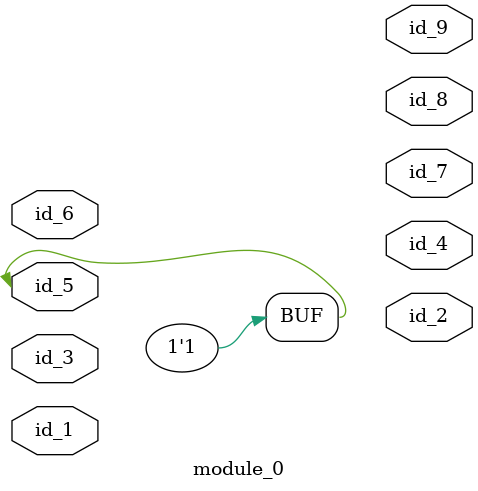
<source format=v>
`define pp_9 0
module module_0 (
    id_1,
    id_2,
    id_3,
    id_4,
    id_5,
    id_6,
    id_7,
    id_8,
    id_9
);
  output id_9;
  output id_8;
  output id_7;
  input id_6;
  inout id_5;
  output id_4;
  inout id_3;
  output id_2;
  inout id_1;
  assign id_5[1'b0 : ""] = 1;
endmodule

</source>
